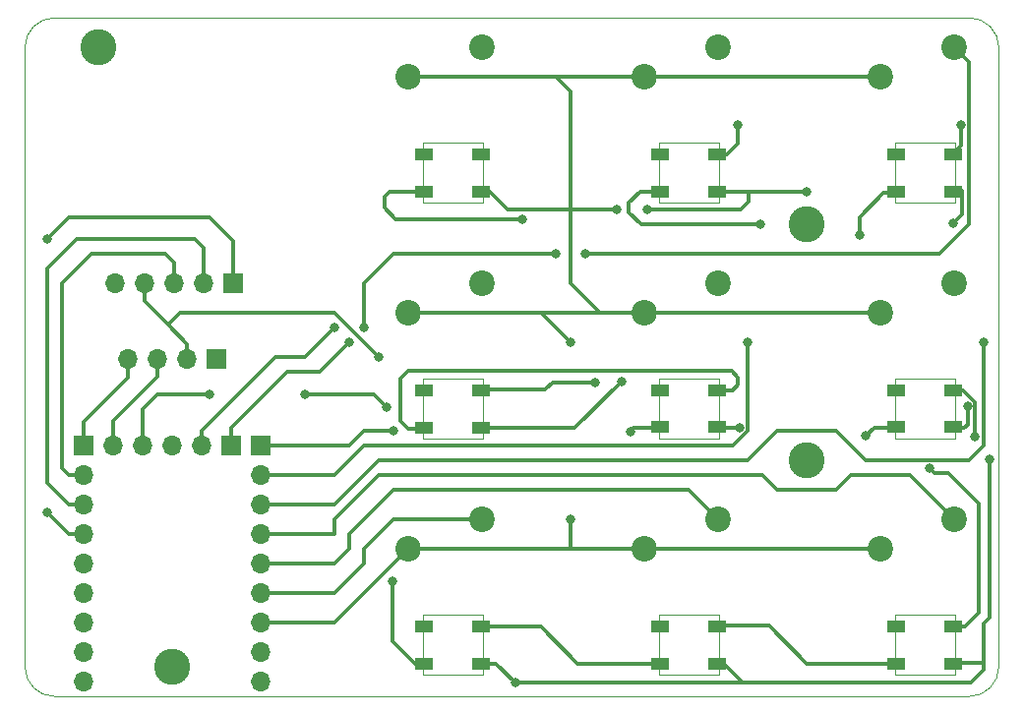
<source format=gbr>
%TF.GenerationSoftware,KiCad,Pcbnew,(6.0.5)*%
%TF.CreationDate,2022-06-04T16:39:10+08:00*%
%TF.ProjectId,keyboard_V3,6b657962-6f61-4726-945f-56332e6b6963,rev?*%
%TF.SameCoordinates,Original*%
%TF.FileFunction,Copper,L2,Bot*%
%TF.FilePolarity,Positive*%
%FSLAX46Y46*%
G04 Gerber Fmt 4.6, Leading zero omitted, Abs format (unit mm)*
G04 Created by KiCad (PCBNEW (6.0.5)) date 2022-06-04 16:39:10*
%MOMM*%
%LPD*%
G01*
G04 APERTURE LIST*
%TA.AperFunction,Profile*%
%ADD10C,0.100000*%
%TD*%
%TA.AperFunction,Profile*%
%ADD11C,0.050000*%
%TD*%
%TA.AperFunction,ComponentPad*%
%ADD12C,2.200000*%
%TD*%
%TA.AperFunction,ComponentPad*%
%ADD13R,1.700000X1.700000*%
%TD*%
%TA.AperFunction,ComponentPad*%
%ADD14O,1.700000X1.700000*%
%TD*%
%TA.AperFunction,SMDPad,CuDef*%
%ADD15R,1.500000X1.000000*%
%TD*%
%TA.AperFunction,ViaPad*%
%ADD16C,0.800000*%
%TD*%
%TA.AperFunction,ViaPad*%
%ADD17C,3.100000*%
%TD*%
%TA.AperFunction,Conductor*%
%ADD18C,0.304800*%
%TD*%
G04 APERTURE END LIST*
D10*
X107950000Y-113030000D02*
G75*
G03*
X110490000Y-110490000I0J2540000D01*
G01*
D11*
X101538462Y-65342253D02*
X106720062Y-65342253D01*
X106720062Y-65342253D02*
X106720062Y-70553853D01*
X106720062Y-70553853D02*
X101538462Y-70553853D01*
X101538462Y-70553853D02*
X101538462Y-65342253D01*
D10*
X29210000Y-113030000D02*
X107950000Y-113030000D01*
D11*
X60909200Y-85674200D02*
X66090800Y-85674200D01*
X66090800Y-85674200D02*
X66090800Y-90855800D01*
X66090800Y-90855800D02*
X60909200Y-90855800D01*
X60909200Y-90855800D02*
X60909200Y-85674200D01*
X60903194Y-65342253D02*
X66084794Y-65342253D01*
X66084794Y-65342253D02*
X66084794Y-70543853D01*
X66084794Y-70543853D02*
X60903194Y-70543853D01*
X60903194Y-70543853D02*
X60903194Y-65342253D01*
X101538462Y-85654200D02*
X106720062Y-85654200D01*
X106720062Y-85654200D02*
X106720062Y-90855800D01*
X106720062Y-90855800D02*
X101538462Y-90855800D01*
X101538462Y-90855800D02*
X101538462Y-85654200D01*
X81220828Y-85654200D02*
X86402428Y-85654200D01*
X86402428Y-85654200D02*
X86402428Y-90855800D01*
X86402428Y-90855800D02*
X81220828Y-90855800D01*
X81220828Y-90855800D02*
X81220828Y-85654200D01*
X81229200Y-65335000D02*
X86410800Y-65335000D01*
X86410800Y-65335000D02*
X86410800Y-70536600D01*
X86410800Y-70536600D02*
X81229200Y-70536600D01*
X81229200Y-70536600D02*
X81229200Y-65335000D01*
D10*
X26670000Y-110490000D02*
X26670000Y-57150000D01*
X110490000Y-110490000D02*
X110490000Y-57150000D01*
X110490000Y-57150000D02*
G75*
G03*
X107950000Y-54610000I-2540000J0D01*
G01*
D11*
X101549200Y-105974200D02*
X106730800Y-105974200D01*
X106730800Y-105974200D02*
X106730800Y-111195800D01*
X106730800Y-111195800D02*
X101549200Y-111195800D01*
X101549200Y-111195800D02*
X101549200Y-105974200D01*
D10*
X107950000Y-54610000D02*
X29210000Y-54610000D01*
D11*
X60909200Y-105984200D02*
X66090800Y-105984200D01*
X66090800Y-105984200D02*
X66090800Y-111175800D01*
X66090800Y-111175800D02*
X60909200Y-111175800D01*
X60909200Y-111175800D02*
X60909200Y-105984200D01*
X26670000Y-110490000D02*
G75*
G03*
X29210000Y-113030000I2540000J0D01*
G01*
X81229200Y-105974200D02*
X86410800Y-105974200D01*
X86410800Y-105974200D02*
X86410800Y-111195800D01*
X86410800Y-111195800D02*
X81229200Y-111195800D01*
X81229200Y-111195800D02*
X81229200Y-105974200D01*
X29210000Y-54610000D02*
G75*
G03*
X26670000Y-57150000I0J-2540000D01*
G01*
D12*
%TO.P,REF\u002A\u002A,2*%
%TO.N,N/C*%
X59690000Y-59690000D03*
%TO.P,REF\u002A\u002A,1*%
X66040000Y-57150000D03*
%TD*%
%TO.P,REF\u002A\u002A,1*%
%TO.N,N/C*%
X106680000Y-97790000D03*
%TO.P,REF\u002A\u002A,2*%
X100330000Y-100330000D03*
%TD*%
%TO.P,REF\u002A\u002A,1*%
%TO.N,N/C*%
X86360000Y-97790000D03*
%TO.P,REF\u002A\u002A,2*%
X80010000Y-100330000D03*
%TD*%
D13*
%TO.P,REF\u002A\u002A,1*%
%TO.N,N/C*%
X46990000Y-91440000D03*
D14*
%TO.P,REF\u002A\u002A,2*%
X46990000Y-93980000D03*
%TO.P,REF\u002A\u002A,3*%
X46990000Y-96520000D03*
%TO.P,REF\u002A\u002A,4*%
X46990000Y-99060000D03*
%TO.P,REF\u002A\u002A,5*%
X46990000Y-101600000D03*
%TO.P,REF\u002A\u002A,6*%
X46990000Y-104140000D03*
%TO.P,REF\u002A\u002A,7*%
X46990000Y-106680000D03*
%TO.P,REF\u002A\u002A,8*%
X46990000Y-109220000D03*
%TO.P,REF\u002A\u002A,9*%
X46990000Y-111760000D03*
%TD*%
D12*
%TO.P,REF\u002A\u002A,1*%
%TO.N,N/C*%
X86360000Y-57150000D03*
%TO.P,REF\u002A\u002A,2*%
X80010000Y-59690000D03*
%TD*%
%TO.P,REF\u002A\u002A,1*%
%TO.N,N/C*%
X106680000Y-77470000D03*
%TO.P,REF\u002A\u002A,2*%
X100330000Y-80010000D03*
%TD*%
D13*
%TO.P,REF\u002A\u002A,1*%
%TO.N,N/C*%
X31750000Y-91440000D03*
D14*
%TO.P,REF\u002A\u002A,2*%
X31750000Y-93980000D03*
%TO.P,REF\u002A\u002A,3*%
X31750000Y-96520000D03*
%TO.P,REF\u002A\u002A,4*%
X31750000Y-99060000D03*
%TO.P,REF\u002A\u002A,5*%
X31750000Y-101600000D03*
%TO.P,REF\u002A\u002A,6*%
X31750000Y-104140000D03*
%TO.P,REF\u002A\u002A,7*%
X31750000Y-106680000D03*
%TO.P,REF\u002A\u002A,8*%
X31750000Y-109220000D03*
%TO.P,REF\u002A\u002A,9*%
X31750000Y-111760000D03*
%TD*%
D12*
%TO.P,REF\u002A\u002A,1*%
%TO.N,N/C*%
X86340782Y-77460391D03*
%TO.P,REF\u002A\u002A,2*%
X79990782Y-80000391D03*
%TD*%
%TO.P,REF\u002A\u002A,1*%
%TO.N,N/C*%
X66040000Y-97790000D03*
%TO.P,REF\u002A\u002A,2*%
X59690000Y-100330000D03*
%TD*%
%TO.P,REF\u002A\u002A,1*%
%TO.N,N/C*%
X66040000Y-77470000D03*
%TO.P,REF\u002A\u002A,2*%
X59690000Y-80010000D03*
%TD*%
%TO.P,REF\u002A\u002A,1*%
%TO.N,N/C*%
X106680000Y-57150000D03*
%TO.P,REF\u002A\u002A,2*%
X100330000Y-59690000D03*
%TD*%
D13*
%TO.P,REF\u002A\u002A,1*%
%TO.N,N/C*%
X44450000Y-91440000D03*
D14*
%TO.P,REF\u002A\u002A,2*%
X41910000Y-91440000D03*
%TO.P,REF\u002A\u002A,3*%
X39370000Y-91440000D03*
%TO.P,REF\u002A\u002A,4*%
X36830000Y-91440000D03*
%TO.P,REF\u002A\u002A,5*%
X34290000Y-91440000D03*
%TD*%
D13*
%TO.P,REF\u002A\u002A,1*%
%TO.N,N/C*%
X43170000Y-83947000D03*
D14*
%TO.P,REF\u002A\u002A,2*%
X40630000Y-83947000D03*
%TO.P,REF\u002A\u002A,3*%
X38090000Y-83947000D03*
%TO.P,REF\u002A\u002A,4*%
X35550000Y-83947000D03*
%TD*%
D13*
%TO.P,REF\u002A\u002A,1*%
%TO.N,N/C*%
X44577000Y-77470000D03*
D14*
%TO.P,REF\u002A\u002A,2*%
X42037000Y-77470000D03*
%TO.P,REF\u002A\u002A,3*%
X39497000Y-77470000D03*
%TO.P,REF\u002A\u002A,4*%
X36957000Y-77470000D03*
%TO.P,REF\u002A\u002A,5*%
X34417000Y-77470000D03*
%TD*%
D15*
%TO.P,REF\u002A\u002A,1*%
%TO.N,N/C*%
X81370000Y-110185000D03*
%TO.P,REF\u002A\u002A,2*%
X81370000Y-106985000D03*
%TO.P,REF\u002A\u002A,3*%
X86270000Y-106985000D03*
%TO.P,REF\u002A\u002A,4*%
X86270000Y-110185000D03*
%TD*%
%TO.P,REF\u002A\u002A,1*%
%TO.N,N/C*%
X101690000Y-69545000D03*
%TO.P,REF\u002A\u002A,2*%
X101690000Y-66345000D03*
%TO.P,REF\u002A\u002A,3*%
X106590000Y-66345000D03*
%TO.P,REF\u002A\u002A,4*%
X106590000Y-69545000D03*
%TD*%
%TO.P,REF\u002A\u002A,1*%
%TO.N,N/C*%
X101690000Y-110185000D03*
%TO.P,REF\u002A\u002A,2*%
X101690000Y-106985000D03*
%TO.P,REF\u002A\u002A,3*%
X106590000Y-106985000D03*
%TO.P,REF\u002A\u002A,4*%
X106590000Y-110185000D03*
%TD*%
%TO.P,REF\u002A\u002A,1*%
%TO.N,N/C*%
X81370000Y-69545000D03*
%TO.P,REF\u002A\u002A,2*%
X81370000Y-66345000D03*
%TO.P,REF\u002A\u002A,3*%
X86270000Y-66345000D03*
%TO.P,REF\u002A\u002A,4*%
X86270000Y-69545000D03*
%TD*%
%TO.P,REF\u002A\u002A,1*%
%TO.N,N/C*%
X61050000Y-69545000D03*
%TO.P,REF\u002A\u002A,2*%
X61050000Y-66345000D03*
%TO.P,REF\u002A\u002A,3*%
X65950000Y-66345000D03*
%TO.P,REF\u002A\u002A,4*%
X65950000Y-69545000D03*
%TD*%
%TO.P,REF\u002A\u002A,1*%
%TO.N,N/C*%
X61050000Y-110185000D03*
%TO.P,REF\u002A\u002A,2*%
X61050000Y-106985000D03*
%TO.P,REF\u002A\u002A,3*%
X65950000Y-106985000D03*
%TO.P,REF\u002A\u002A,4*%
X65950000Y-110185000D03*
%TD*%
%TO.P,REF\u002A\u002A,1*%
%TO.N,N/C*%
X81360668Y-89857220D03*
%TO.P,REF\u002A\u002A,2*%
X81360668Y-86657220D03*
%TO.P,REF\u002A\u002A,3*%
X86260668Y-86657220D03*
%TO.P,REF\u002A\u002A,4*%
X86260668Y-89857220D03*
%TD*%
%TO.P,REF\u002A\u002A,1*%
%TO.N,N/C*%
X101684229Y-89857220D03*
%TO.P,REF\u002A\u002A,2*%
X101684229Y-86657220D03*
%TO.P,REF\u002A\u002A,3*%
X106584229Y-86657220D03*
%TO.P,REF\u002A\u002A,4*%
X106584229Y-89857220D03*
%TD*%
%TO.P,REF\u002A\u002A,1*%
%TO.N,N/C*%
X61050000Y-89865000D03*
%TO.P,REF\u002A\u002A,2*%
X61050000Y-86665000D03*
%TO.P,REF\u002A\u002A,3*%
X65950000Y-86665000D03*
%TO.P,REF\u002A\u002A,4*%
X65950000Y-89865000D03*
%TD*%
D16*
%TO.N,*%
X54610000Y-82550000D03*
X69443600Y-71958200D03*
X58293000Y-103149400D03*
X98501200Y-73304400D03*
X28575000Y-73660000D03*
D17*
X39370000Y-110490000D03*
D16*
X73660000Y-97790000D03*
X68859400Y-111810800D03*
X80213200Y-71120000D03*
X75768200Y-85979000D03*
X93929200Y-69621400D03*
X73660000Y-82550000D03*
X108432600Y-90703400D03*
X58420000Y-90170000D03*
X78765400Y-90246200D03*
X50749200Y-87020400D03*
X107213400Y-63804800D03*
D17*
X93980000Y-92710000D03*
D16*
X57759600Y-88112600D03*
D17*
X33020000Y-57150000D03*
D16*
X109220000Y-82550000D03*
X88163400Y-89941400D03*
X107797600Y-88061800D03*
X109677200Y-92608400D03*
X106553000Y-72313800D03*
X55880000Y-81280000D03*
X88900000Y-82550000D03*
X77571600Y-71094600D03*
X89992200Y-72415400D03*
X99060000Y-90601800D03*
X88036400Y-63855600D03*
X74930000Y-74930000D03*
X42519600Y-87020400D03*
X72390000Y-74930000D03*
X104546400Y-93370400D03*
X53340000Y-81280000D03*
X28575000Y-97155000D03*
X57150000Y-83820000D03*
D17*
X93980000Y-72390000D03*
D16*
X78003400Y-85902800D03*
%TD*%
D18*
%TO.N,*%
X53340000Y-99060000D02*
X53340000Y-97790000D01*
X58293000Y-108254800D02*
X58293000Y-103149400D01*
X68249800Y-71094600D02*
X77571600Y-71094600D01*
X100295498Y-80010000D02*
X100316608Y-79988890D01*
X86572720Y-66370200D02*
X86572720Y-66345000D01*
X38989000Y-81026000D02*
X40630000Y-82667000D01*
X52070000Y-85090000D02*
X49276000Y-85090000D01*
X105410000Y-74930000D02*
X74930000Y-74930000D01*
X48260000Y-83820000D02*
X41910000Y-90170000D01*
X76200000Y-80010000D02*
X100295498Y-80010000D01*
X57607200Y-70967600D02*
X57607200Y-70002400D01*
X30480000Y-96520000D02*
X31750000Y-96520000D01*
X73990200Y-89916000D02*
X66252720Y-89916000D01*
X38090000Y-85481000D02*
X34290000Y-89281000D01*
X99771200Y-89890600D02*
X101376542Y-89890600D01*
X71069200Y-107010200D02*
X66252720Y-107010200D01*
X99060000Y-90601800D02*
X99771200Y-89890600D01*
X79730600Y-72415400D02*
X78638400Y-71323200D01*
X106881982Y-65939618D02*
X106881982Y-66345000D01*
X46990000Y-101600000D02*
X53340000Y-101600000D01*
X108762800Y-96443800D02*
X108762800Y-105841800D01*
X88163400Y-89941400D02*
X86564348Y-89941400D01*
X67233600Y-110185000D02*
X66252720Y-110185000D01*
X107213400Y-65608200D02*
X106881982Y-65939618D01*
X74244000Y-110185000D02*
X71069200Y-107010200D01*
X87071200Y-66370200D02*
X88036400Y-65405000D01*
X46990000Y-93980000D02*
X53340000Y-93980000D01*
X100584000Y-69697600D02*
X98501200Y-71780400D01*
X38090000Y-83947000D02*
X38090000Y-85481000D01*
X32385000Y-74930000D02*
X29845000Y-77470000D01*
X101376542Y-89890600D02*
X101376542Y-89857220D01*
X55880000Y-91440000D02*
X87630000Y-91440000D01*
X88061800Y-86156800D02*
X88061800Y-85572600D01*
X46990000Y-99060000D02*
X53340000Y-99060000D01*
X53340000Y-96520000D02*
X57150000Y-92710000D01*
X89306400Y-69621400D02*
X86572720Y-69621400D01*
X71120000Y-80010000D02*
X76200000Y-80010000D01*
X39497000Y-77470000D02*
X39497000Y-75692000D01*
X30480000Y-71755000D02*
X28575000Y-73660000D01*
X28575000Y-97155000D02*
X30480000Y-99060000D01*
X101387280Y-110185000D02*
X93979800Y-110185000D01*
X53340000Y-93980000D02*
X55880000Y-91440000D01*
X58420000Y-95250000D02*
X83820000Y-95250000D01*
X90170000Y-93980000D02*
X57150000Y-93980000D01*
X73660000Y-77470000D02*
X73660000Y-60960000D01*
X109677200Y-100228400D02*
X109677200Y-92608400D01*
X55870000Y-100340000D02*
X58420000Y-97790000D01*
X60747280Y-89966800D02*
X60747280Y-89865000D01*
X93929200Y-69621400D02*
X89306400Y-69621400D01*
X96500000Y-90170000D02*
X99050000Y-92720000D01*
X79070200Y-89941400D02*
X81058908Y-89941400D01*
X106121200Y-93802200D02*
X108762800Y-96443800D01*
X107569000Y-107035600D02*
X107518400Y-106985000D01*
X53340000Y-97790000D02*
X57150000Y-93980000D01*
X71450200Y-86614000D02*
X66252720Y-86614000D01*
X88239600Y-71120000D02*
X80213200Y-71120000D01*
X29845000Y-77470000D02*
X29845000Y-93345000D01*
X86564348Y-89941400D02*
X86564348Y-89857220D01*
X58420000Y-97790000D02*
X66040000Y-97790000D01*
X40005000Y-80010000D02*
X38989000Y-81026000D01*
X97790000Y-93980000D02*
X96520000Y-95250000D01*
X89992200Y-72415400D02*
X79730600Y-72415400D01*
X93979800Y-110185000D02*
X90728800Y-106934000D01*
X42037000Y-77470000D02*
X42037000Y-74422000D01*
X104546400Y-93370400D02*
X104978200Y-93802200D01*
X41910000Y-90170000D02*
X41910000Y-91440000D01*
X88468200Y-111810800D02*
X108077000Y-111810800D01*
X107950000Y-72390000D02*
X105410000Y-74930000D01*
X106680000Y-57150000D02*
X107950000Y-58420000D01*
X108762800Y-105841800D02*
X107569000Y-107035600D01*
X58420000Y-74930000D02*
X55880000Y-77470000D01*
X35550000Y-83947000D02*
X35550000Y-85608000D01*
X72085200Y-85979000D02*
X75768200Y-85979000D01*
X109220000Y-91440000D02*
X107950000Y-92710000D01*
X42494200Y-86995000D02*
X38100000Y-86995000D01*
X55870000Y-101610000D02*
X55870000Y-100340000D01*
X108077000Y-111810800D02*
X109194600Y-110693200D01*
X102870000Y-93980000D02*
X106680000Y-97790000D01*
X86572720Y-106934000D02*
X86572720Y-106985000D01*
X107383620Y-86657220D02*
X106881982Y-86657220D01*
X76200000Y-80010000D02*
X73660000Y-77470000D01*
X78638400Y-70510400D02*
X79603800Y-69545000D01*
X50800000Y-83820000D02*
X48260000Y-83820000D01*
X59690000Y-80010000D02*
X71120000Y-80010000D01*
X66252720Y-107010200D02*
X66252720Y-106985000D01*
X109677200Y-100228400D02*
X109677200Y-99974400D01*
X58597800Y-71958200D02*
X57607200Y-70967600D01*
X53340000Y-104140000D02*
X55870000Y-101610000D01*
X88925400Y-69621400D02*
X88925400Y-70434200D01*
X107950000Y-59690000D02*
X107950000Y-72390000D01*
X31115000Y-73660000D02*
X28575000Y-76200000D01*
X46990000Y-106680000D02*
X53340000Y-106680000D01*
X86572720Y-69621400D02*
X86572720Y-69545000D01*
X30480000Y-99060000D02*
X31750000Y-99060000D01*
X36830000Y-88265000D02*
X36830000Y-91440000D01*
X108432600Y-87706200D02*
X107607100Y-86880700D01*
X59639200Y-89966800D02*
X60747280Y-89966800D01*
X53340000Y-81280000D02*
X50800000Y-83820000D01*
X28575000Y-76200000D02*
X28575000Y-94615000D01*
X53340000Y-80010000D02*
X40005000Y-80010000D01*
X108432600Y-90703400D02*
X108432600Y-87706200D01*
X36957000Y-78994000D02*
X38989000Y-81026000D01*
X42545000Y-71755000D02*
X30480000Y-71755000D01*
X109194600Y-110693200D02*
X109194600Y-110159800D01*
X40630000Y-82667000D02*
X40630000Y-83947000D01*
X100584000Y-69697600D02*
X101376542Y-69697600D01*
X87071200Y-66370200D02*
X86572720Y-66370200D01*
X38735000Y-74930000D02*
X32385000Y-74930000D01*
X104978200Y-93802200D02*
X106121200Y-93802200D01*
X107950000Y-92710000D02*
X99060000Y-92710000D01*
X109194600Y-110159800D02*
X109194600Y-106756200D01*
X98501200Y-71780400D02*
X98501200Y-73304400D01*
X107213400Y-63804800D02*
X107213400Y-65608200D01*
X71221600Y-111810800D02*
X68859400Y-111810800D01*
X88900000Y-90170000D02*
X88900000Y-82550000D01*
X78638400Y-71323200D02*
X78638400Y-70510400D01*
X42037000Y-74422000D02*
X41275000Y-73660000D01*
X68859400Y-111810800D02*
X67233600Y-110185000D01*
X49276000Y-85090000D02*
X44450000Y-89916000D01*
X89306400Y-69621400D02*
X88925400Y-69621400D01*
X34290000Y-89281000D02*
X34290000Y-91440000D01*
X96520000Y-95250000D02*
X91440000Y-95250000D01*
X90728800Y-106934000D02*
X86572720Y-106934000D01*
X59690000Y-59690000D02*
X100285889Y-59690000D01*
X42519600Y-87020400D02*
X42494200Y-86995000D01*
X66246714Y-69570600D02*
X66246714Y-69545000D01*
X54610000Y-82550000D02*
X52070000Y-85090000D01*
X57607200Y-70002400D02*
X58064600Y-69545000D01*
X88468200Y-111810800D02*
X86842400Y-110185000D01*
X78765400Y-90246200D02*
X79070200Y-89941400D01*
X66725800Y-69570600D02*
X66246714Y-69570600D01*
X59690000Y-84988400D02*
X58978800Y-85699600D01*
X86842400Y-110185000D02*
X86572720Y-110185000D01*
X91440000Y-90170000D02*
X96500000Y-90170000D01*
X54610000Y-99060000D02*
X58420000Y-95250000D01*
X39497000Y-75692000D02*
X38735000Y-74930000D01*
X91440000Y-95250000D02*
X90170000Y-93980000D01*
X86564348Y-86657220D02*
X87561380Y-86657220D01*
X88925400Y-70434200D02*
X88239600Y-71120000D01*
X87071200Y-66370200D02*
X87045800Y-66395600D01*
X35550000Y-85608000D02*
X31750000Y-89408000D01*
X81067280Y-110185000D02*
X74244000Y-110185000D01*
X87477600Y-84988400D02*
X59690000Y-84988400D01*
X58978800Y-85699600D02*
X58978800Y-89306400D01*
X55880000Y-90170000D02*
X58420000Y-90170000D01*
X44577000Y-73787000D02*
X42545000Y-71755000D01*
X88061800Y-85572600D02*
X87477600Y-84988400D01*
X58978800Y-89306400D02*
X59639200Y-89966800D01*
X106881982Y-89890600D02*
X106881982Y-89857220D01*
X87045800Y-66395600D02*
X87020400Y-66395600D01*
X36957000Y-77470000D02*
X36957000Y-78994000D01*
X109194600Y-110159800D02*
X106892720Y-110159800D01*
X46990000Y-96520000D02*
X53340000Y-96520000D01*
X107365800Y-69519800D02*
X106881982Y-69519800D01*
X72390000Y-74930000D02*
X58420000Y-74930000D01*
X71526400Y-86537800D02*
X72085200Y-85979000D01*
X107365800Y-69519800D02*
X107365800Y-71501000D01*
X57150000Y-92710000D02*
X88900000Y-92710000D01*
X46990000Y-104140000D02*
X53340000Y-104140000D01*
X29845000Y-93345000D02*
X30480000Y-93980000D01*
X73660000Y-60960000D02*
X72390000Y-59690000D01*
X102870000Y-93980000D02*
X97790000Y-93980000D01*
X101376542Y-69697600D02*
X101376542Y-69545000D01*
X100285889Y-59690000D02*
X100316608Y-59659281D01*
X46990000Y-91440000D02*
X54610000Y-91440000D01*
X54610000Y-100330000D02*
X54610000Y-99060000D01*
X71526400Y-86537800D02*
X71450200Y-86614000D01*
X53340000Y-106680000D02*
X59690000Y-100330000D01*
X60747280Y-110236000D02*
X60747280Y-110185000D01*
X107797600Y-89611200D02*
X107518200Y-89890600D01*
X106892720Y-110159800D02*
X106892720Y-110185000D01*
X38100000Y-86995000D02*
X36830000Y-88265000D01*
X88900000Y-92710000D02*
X91440000Y-90170000D01*
X69443600Y-71958200D02*
X58597800Y-71958200D01*
X81058908Y-89941400D02*
X81058908Y-89857220D01*
X44450000Y-89916000D02*
X44450000Y-91440000D01*
X60274200Y-110236000D02*
X60747280Y-110236000D01*
X41275000Y-73660000D02*
X31115000Y-73660000D01*
X109220000Y-82550000D02*
X109220000Y-91440000D01*
X28575000Y-94615000D02*
X30480000Y-96520000D01*
X107950000Y-58420000D02*
X107950000Y-59690000D01*
X107365800Y-71501000D02*
X106553000Y-72313800D01*
X109651800Y-106299000D02*
X109677200Y-106273600D01*
X107518200Y-89890600D02*
X106881982Y-89890600D01*
X73660000Y-82550000D02*
X71120000Y-80010000D01*
X106881982Y-69519800D02*
X106881982Y-69545000D01*
X66252720Y-89916000D02*
X66252720Y-89865000D01*
X66252720Y-86614000D02*
X66252720Y-86665000D01*
X100305107Y-100330000D02*
X100316608Y-100318499D01*
X73660000Y-97790000D02*
X73660000Y-100330000D01*
X54610000Y-91440000D02*
X55880000Y-90170000D01*
X66725800Y-69570600D02*
X68249800Y-71094600D01*
X109677200Y-106273600D02*
X109677200Y-100228400D01*
X31750000Y-89408000D02*
X31750000Y-91440000D01*
X87561380Y-86657220D02*
X88061800Y-86156800D01*
X58064600Y-69545000D02*
X60741274Y-69545000D01*
X107518400Y-106985000D02*
X106892720Y-106985000D01*
X56667400Y-87020400D02*
X50749200Y-87020400D01*
X78003400Y-85902800D02*
X73990200Y-89916000D01*
X71221600Y-111810800D02*
X88468200Y-111810800D01*
X109194600Y-106756200D02*
X109651800Y-106299000D01*
X59690000Y-100330000D02*
X100305107Y-100330000D01*
X57150000Y-83820000D02*
X53340000Y-80010000D01*
X57759600Y-88112600D02*
X56667400Y-87020400D01*
X107607100Y-86880700D02*
X107383620Y-86657220D01*
X107797600Y-88061800D02*
X107797600Y-89611200D01*
X53340000Y-101600000D02*
X54610000Y-100330000D01*
X88036400Y-65405000D02*
X88036400Y-63855600D01*
X60274200Y-110236000D02*
X58293000Y-108254800D01*
X55880000Y-77470000D02*
X55880000Y-81280000D01*
X83820000Y-95250000D02*
X86360000Y-97790000D01*
X87630000Y-91440000D02*
X88900000Y-90170000D01*
X79603800Y-69545000D02*
X81067280Y-69545000D01*
X30480000Y-93980000D02*
X31750000Y-93980000D01*
X44577000Y-77470000D02*
X44577000Y-73787000D01*
%TD*%
M02*

</source>
